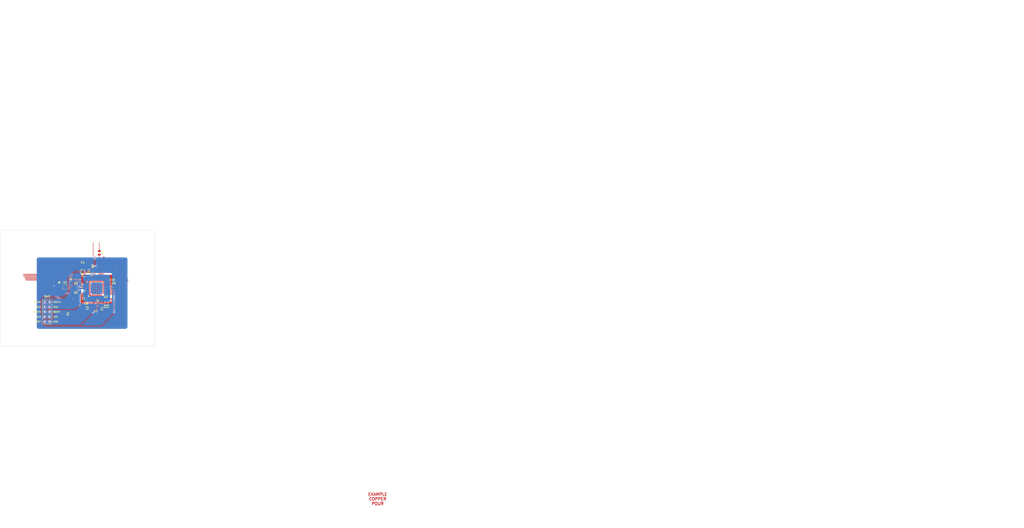
<source format=kicad_pcb>
(kicad_pcb (version 20210925) (generator pcbnew)
  (title_block (title "Joker template") (date "2021-09-11") (rev "V1.0.0") (company "Designed by Gondolindrim") (comment 1 "For the Acheron Project"))
  (layers (0 "F.Cu" signal) (31 "B.Cu" signal) (34 "B.Paste" user) (35 "F.Paste" user) (36 "B.SilkS" user "B.Silkscreen") (37 "F.SilkS" user "F.Silkscreen") (38 "B.Mask" user) (39 "F.Mask" user) (44 "Edge.Cuts" user))
  (net 0 "")
  (net 1 "Net-(C9-Pad2)")
  (net 2 "GND")
  (net 3 "3V3")
  (net 4 "5V")
  (net 5 "XTAL_OUT")
  (net 6 "XTAL_IN")
  (net 7 "SDA")
  (net 8 "SCL")
  (net 9 "D+")
  (net 10 "/PA9")
  (net 11 "unconnected-(U2-Pad2)")
  (net 12 "unconnected-(U2-Pad3)")
  (net 13 "unconnected-(U2-Pad4)")
  (net 14 "NRST")
  (net 15 "unconnected-(U2-Pad10)")
  (net 16 "unconnected-(U2-Pad11)")
  (net 17 "unconnected-(U2-Pad12)")
  (net 18 "unconnected-(U2-Pad13)")
  (net 19 "unconnected-(U2-Pad14)")
  (net 20 "unconnected-(U2-Pad15)")
  (net 21 "LED_PWM")
  (net 22 "unconnected-(U2-Pad17)")
  (net 23 "unconnected-(U2-Pad18)")
  (net 24 "CAPS_INDICATOR")
  (net 25 "PB2{slash}BOOT1")
  (net 26 "unconnected-(U2-Pad21)")
  (net 27 "unconnected-(U2-Pad25)")
  (net 28 "unconnected-(U2-Pad26)")
  (net 29 "unconnected-(U2-Pad27)")
  (net 30 "RGB_3V3")
  (net 31 "unconnected-(U2-Pad29)")
  (net 32 "unconnected-(U2-Pad31)")
  (net 33 "D-")
  (net 34 "SWDIO")
  (net 35 "SWCLK")
  (net 36 "unconnected-(U2-Pad38)")
  (net 37 "unconnected-(U2-Pad39)")
  (net 38 "unconnected-(U2-Pad40)")
  (net 39 "unconnected-(U2-Pad41)")
  (net 40 "BOOT0")
  (net 41 "unconnected-(U2-Pad45)")
  (net 42 "unconnected-(U2-Pad46)")
  (footprint "acheron_Components:TSSOP-8_4.4x3mm_P0.65mm" (layer "F.Cu") (at 224.4 124.499999)
    (fp_text reference "U1" (at 0 -2.45) (layer "F.SilkS") (effects (font (thickness 0.2))))
    (fp_text value "BL24C256A-SFRC")
    (pad "1" smd roundrect locked (at -2.8625 -0.975) (size 1.475 0.4) (layers "F.Cu" "F.Paste" "F.Mask") (roundrect_rratio 0.5) (net 2 "GND"))
    (pad "2" smd rect locked (at -2.8625 -0.325) (size 1.475 0.4) (layers "F.Cu" "F.Paste" "F.Mask") (net 2 "GND"))
    (pad "3" smd rect locked (at -2.8625 0.325) (size 1.475 0.4) (layers "F.Cu" "F.Paste" "F.Mask") (net 2 "GND"))
    (pad "4" smd rect locked (at -2.8625 0.975) (size 1.475 0.4) (layers "F.Cu" "F.Paste" "F.Mask") (net 2 "GND"))
    (pad "5" smd rect locked (at 2.8625 0.975) (size 1.475 0.4) (layers "F.Cu" "F.Paste" "F.Mask") (net 7 "SDA"))
    (pad "6" smd rect locked (at 2.8625 0.325) (size 1.475 0.4) (layers "F.Cu" "F.Paste" "F.Mask") (net 8 "SCL"))
    (pad "7" smd rect locked (at 2.8625 -0.325) (size 1.475 0.4) (layers "F.Cu" "F.Paste" "F.Mask") (net 2 "GND"))
    (pad "8" smd rect locked (at 2.8625 -0.975) (size 1.475 0.4) (layers "F.Cu" "F.Paste" "F.Mask") (net 3 "3V3"))
  )
  (footprint "Capacitor_SMD:C_0402_1005Metric" (layer "F.Cu") (at 237.349972 134.999999 -90)
    (fp_text reference "C3" (at 0.35 1.4 90) (layer "F.SilkS") (effects (font (thickness 0.2))))
    (fp_text value "16p")
    (pad "1" smd roundrect locked (at -0.48 0 270) (size 0.56 0.62) (layers "F.Cu" "F.Paste" "F.Mask") (net 6 "XTAL_IN"))
    (pad "2" smd roundrect locked (at 0.48 0 270) (size 0.56 0.62) (layers "F.Cu" "F.Paste" "F.Mask") (net 2 "GND"))
  )
  (footprint "Capacitor_SMD:C_0402_1005Metric" (layer "F.Cu") (at 247.4 122.6 180)
    (fp_text reference "C9" (at -1.2 0.05) (layer "F.SilkS") (effects (font (thickness 0.2)) (justify left)))
    (fp_text value "4.7u")
    (pad "1" smd roundrect locked (at -0.48 0 180) (size 0.56 0.62) (layers "F.Cu" "F.Paste" "F.Mask") (net 2 "GND"))
    (pad "2" smd roundrect locked (at 0.48 0 180) (size 0.56 0.62) (layers "F.Cu" "F.Paste" "F.Mask") (net 1 "Net-(C9-Pad2)"))
  )
  (footprint "Capacitor_SMD:C_0402_1005Metric" (layer "F.Cu") (at 227.4 121.8 180)
    (fp_text reference "C1" (at 0 1.4) (layer "F.SilkS") (effects (font (thickness 0.2))))
    (fp_text value "100n")
    (pad "1" smd roundrect locked (at -0.48 0 180) (size 0.56 0.62) (layers "F.Cu" "F.Paste" "F.Mask") (net 2 "GND"))
    (pad "2" smd roundrect locked (at 0.48 0 180) (size 0.56 0.62) (layers "F.Cu" "F.Paste" "F.Mask") (net 3 "3V3"))
  )
  (footprint "Resistor_SMD:R_0805_2012Metric" (layer "F.Cu") (at 242.149972 106.800001 -90)
    (fp_text reference "R4" (at 0 -1.8 90) (layer "F.SilkS") (effects (font (thickness 0.2))))
    (fp_text value "0R")
    (pad "1" smd roundrect locked (at -0.9125 0 270) (size 1.025 1.4) (layers "F.Cu" "F.Paste" "F.Mask") (roundrect_rratio 0.243902439) (net 4 "5V"))
    (pad "2" smd roundrect locked (at 0.9125 0 270) (size 1.025 1.4) (layers "F.Cu" "F.Paste" "F.Mask") (roundrect_rratio 0.243902439) (net 10 "/PA9"))
  )
  (footprint "acheron_Components:STM_UFQFPN-48_LQFP-48-1EP_7x7mm_P0.5mm_HandSoldering_ThermalReliefs" (layer "F.Cu") (at 240.749972 125.149999 90)
    (fp_text reference "U2" (at -4.4 4.8 180) (layer "F.SilkS") (effects (font (thickness 0.2))))
    (fp_text value "STM32F411CEU6")
    (pad "1" smd roundrect locked (at -4 -2.75 90) (size 1.8 0.3) (layers "F.Cu" "F.Paste" "F.Mask") (roundrect_rratio 0.5) (net 3 "3V3"))
    (pad "2" smd rect locked (at -4 -2.25 90) (size 1.8 0.3) (layers "F.Cu" "F.Paste" "F.Mask") (net 11 "unconnected-(U2-Pad2)"))
    (pad "3" smd rect locked (at -4 -1.75 90) (size 1.8 0.3) (layers "F.Cu" "F.Paste" "F.Mask") (net 12 "unconnected-(U2-Pad3)"))
    (pad "4" smd rect locked (at -4 -1.25 90) (size 1.8 0.3) (layers "F.Cu" "F.Paste" "F.Mask") (net 13 "unconnected-(U2-Pad4)"))
    (pad "5" smd rect locked (at -4 -0.75 90) (size 1.8 0.3) (layers "F.Cu" "F.Paste" "F.Mask") (net 6 "XTAL_IN"))
    (pad "6" smd rect locked (at -4 -0.25 90) (size 1.8 0.3) (layers "F.Cu" "F.Paste" "F.Mask") (net 5 "XTAL_OUT"))
    (pad "7" smd rect locked (at -4 0.25 90) (size 1.8 0.3) (layers "F.Cu" "F.Paste" "F.Mask") (net 14 "NRST"))
    (pad "8" smd rect locked (at -4 0.75 90) (size 1.8 0.3) (layers "F.Cu" "F.Paste" "F.Mask") (net 2 "GND"))
    (pad "9" smd rect locked (at -4 1.25 90) (size 1.8 0.3) (layers "F.Cu" "F.Paste" "F.Mask") (net 3 "3V3"))
    (pad "10" smd rect locked (at -4 1.75 90) (size 1.8 0.3) (layers "F.Cu" "F.Paste" "F.Mask") (net 15 "unconnected-(U2-Pad10)"))
    (pad "11" smd rect locked (at -4 2.25 90) (size 1.8 0.3) (layers "F.Cu" "F.Paste" "F.Mask") (net 16 "unconnected-(U2-Pad11)"))
    (pad "12" smd rect locked (at -4 2.75 90) (size 1.8 0.3) (layers "F.Cu" "F.Paste" "F.Mask") (net 17 "unconnected-(U2-Pad12)"))
    (pad "13" smd rect locked (at -2.75 4 180) (size 1.8 0.3) (layers "F.Cu" "F.Paste" "F.Mask") (net 18 "unconnected-(U2-Pad13)"))
    (pad "14" smd rect locked (at -2.25 4 180) (size 1.8 0.3) (layers "F.Cu" "F.Paste" "F.Mask") (net 19 "unconnected-(U2-Pad14)"))
    (pad "15" smd rect locked (at -1.75 4 180) (size 1.8 0.3) (layers "F.Cu" "F.Paste" "F.Mask") (net 20 "unconnected-(U2-Pad15)"))
    (pad "16" smd rect locked (at -1.25 4 180) (size 1.8 0.3) (layers "F.Cu" "F.Paste" "F.Mask") (net 21 "LED_PWM"))
    (pad "17" smd rect locked (at -0.75 4 180) (size 1.8 0.3) (layers "F.Cu" "F.Paste" "F.Mask") (net 22 "unconnected-(U2-Pad17)"))
    (pad "18" smd rect locked (at -0.25 4 180) (size 1.8 0.3) (layers "F.Cu" "F.Paste" "F.Mask") (net 23 "unconnected-(U2-Pad18)"))
    (pad "19" smd rect locked (at 0.25 4 180) (size 1.8 0.3) (layers "F.Cu" "F.Paste" "F.Mask") (net 24 "CAPS_INDICATOR"))
    (pad "20" smd rect locked (at 0.75 4 180) (size 1.8 0.3) (layers "F.Cu" "F.Paste" "F.Mask") (net 25 "PB2{slash}BOOT1"))
    (pad "21" smd rect locked (at 1.25 4 180) (size 1.8 0.3) (layers "F.Cu" "F.Paste" "F.Mask") (net 26 "unconnected-(U2-Pad21)"))
    (pad "22" smd rect locked (at 1.75 4 180) (size 1.8 0.3) (layers "F.Cu" "F.Paste" "F.Mask") (net 1 "Net-(C9-Pad2)"))
    (pad "23" smd rect locked (at 2.25 4 180) (size 1.8 0.3) (layers "F.Cu" "F.Paste" "F.Mask") (net 2 "GND"))
    (pad "24" smd rect locked (at 2.75 4 180) (size 1.8 0.3) (layers "F.Cu" "F.Paste" "F.Mask") (net 3 "3V3"))
    (pad "25" smd rect locked (at 4 2.75 90) (size 1.8 0.3) (layers "F.Cu" "F.Paste" "F.Mask") (net 27 "unconnected-(U2-Pad25)"))
    (pad "26" smd rect locked (at 4 2.25 90) (size 1.8 0.3) (layers "F.Cu" "F.Paste" "F.Mask") (net 28 "unconnected-(U2-Pad26)"))
    (pad "27" smd rect locked (at 4 1.75 90) (size 1.8 0.3) (layers "F.Cu" "F.Paste" "F.Mask") (net 29 "unconnected-(U2-Pad27)"))
    (pad "28" smd rect locked (at 4 1.25 90) (size 1.8 0.3) (layers "F.Cu" "F.Paste" "F.Mask") (net 30 "RGB_3V3"))
    (pad "29" smd rect locked (at 4 0.75 90) (size 1.8 0.3) (layers "F.Cu" "F.Paste" "F.Mask") (net 31 "unconnected-(U2-Pad29)"))
    (pad "30" smd rect locked (at 4 0.25 90) (size 1.8 0.3) (layers "F.Cu" "F.Paste" "F.Mask") (net 10 "/PA9"))
    (pad "31" smd rect locked (at 4 -0.25 90) (size 1.8 0.3) (layers "F.Cu" "F.Paste" "F.Mask") (net 32 "unconnected-(U2-Pad31)"))
    (pad "32" smd rect locked (at 4 -0.75 90) (size 1.8 0.3) (layers "F.Cu" "F.Paste" "F.Mask") (net 33 "D-"))
    (pad "33" smd rect locked (at 4 -1.25 90) (size 1.8 0.3) (layers "F.Cu" "F.Paste" "F.Mask") (net 9 "D+"))
    (pad "34" smd rect locked (at 4 -1.75 90) (size 1.8 0.3) (layers "F.Cu" "F.Paste" "F.Mask") (net 34 "SWDIO"))
    (pad "35" smd rect locked (at 4 -2.25 90) (size 1.8 0.3) (layers "F.Cu" "F.Paste" "F.Mask") (net 2 "GND"))
    (pad "36" smd rect locked (at 4 -2.75 90) (size 1.8 0.3) (layers "F.Cu" "F.Paste" "F.Mask") (net 3 "3V3"))
    (pad "37" smd rect locked (at 2.75 -4 180) (size 1.8 0.3) (layers "F.Cu" "F.Paste" "F.Mask") (net 35 "SWCLK"))
    (pad "38" smd rect locked (at 2.25 -4 180) (size 1.8 0.3) (layers "F.Cu" "F.Paste" "F.Mask") (net 36 "unconnected-(U2-Pad38)"))
    (pad "39" smd rect locked (at 1.75 -4 180) (size 1.8 0.3) (layers "F.Cu" "F.Paste" "F.Mask") (net 37 "unconnected-(U2-Pad39)"))
    (pad "40" smd rect locked (at 1.25 -4 180) (size 1.8 0.3) (layers "F.Cu" "F.Paste" "F.Mask") (net 38 "unconnected-(U2-Pad40)"))
    (pad "41" smd rect locked (at 0.75 -4 180) (size 1.8 0.3) (layers "F.Cu" "F.Paste" "F.Mask") (net 39 "unconnected-(U2-Pad41)"))
    (pad "42" smd rect locked (at 0.25 -4 180) (size 1.8 0.3) (layers "F.Cu" "F.Paste" "F.Mask") (net 8 "SCL"))
    (pad "43" smd rect locked (at -0.25 -4 180) (size 1.8 0.3) (layers "F.Cu" "F.Paste" "F.Mask") (net 7 "SDA"))
    (pad "44" smd rect locked (at -0.75 -4 180) (size 1.8 0.3) (layers "F.Cu" "F.Paste" "F.Mask") (net 40 "BOOT0"))
    (pad "45" smd rect locked (at -1.25 -4 180) (size 1.8 0.3) (layers "F.Cu" "F.Paste" "F.Mask") (net 41 "unconnected-(U2-Pad45)"))
    (pad "46" smd rect locked (at -1.75 -4 180) (size 1.8 0.3) (layers "F.Cu" "F.Paste" "F.Mask") (net 42 "unconnected-(U2-Pad46)"))
    (pad "47" smd rect locked (at -2.25 -4 180) (size 1.8 0.3) (layers "F.Cu" "F.Paste" "F.Mask") (net 2 "GND"))
    (pad "47" thru_hole circle (at 2 1 90) (size 0.6 0.6) (drill 0.3) (layers *.Cu "F.Mask") (net 2 "GND"))
    (pad "47" thru_hole circle (at -2 1 90) (size 0.6 0.6) (drill 0.3) (layers *.Cu "F.Mask") (net 2 "GND"))
    (pad "47" thru_hole circle (at -1 1 90) (size 0.6 0.6) (drill 0.3) (layers *.Cu "F.Mask") (net 2 "GND"))
    (pad "47" thru_hole circle (at 0 2 90) (size 0.6 0.6) (drill 0.3) (layers *.Cu "F.Mask") (net 2 "GND"))
    (pad "47" thru_hole circle (at 0 -2 90) (size 0.6 0.6) (drill 0.3) (layers *.Cu "F.Mask") (net 2 "GND"))
    (pad "47" thru_hole circle (at -2 -2 90) (size 0.6 0.6) (drill 0.3) (layers *.Cu "F.Mask") (net 2 "GND"))
    (pad "47" thru_hole circle (at 0 -1 90) (size 0.6 0.6) (drill 0.3) (layers *.Cu "F.Mask") (net 2 "GND"))
    (pad "47" thru_hole circle (at 2 -2 90) (size 0.6 0.6) (drill 0.3) (layers *.Cu "F.Mask") (net 2 "GND"))
    (pad "47" thru_hole circle (at -1 2 90) (size 0.6 0.6) (drill 0.3) (layers *.Cu "F.Mask") (net 2 "GND"))
    (pad "47" smd rect locked (at 0 0 90) (size 5.2 5.2) (layers "F.Cu" "F.Mask") (net 2 "GND"))
    (pad "47" thru_hole circle (at -2 -1 90) (size 0.6 0.6) (drill 0.3) (layers *.Cu "F.Mask") (net 2 "GND"))
    (pad "47" thru_hole circle (at 2 -1 90) (size 0.6 0.6) (drill 0.3) (layers *.Cu "F.Mask") (net 2 "GND"))
    (pad "47" thru_hole circle (at -1 -1 90) (size 0.6 0.6) (drill 0.3) (layers *.Cu "F.Mask") (net 2 "GND"))
    (pad "47" thru_hole circle (at 1 -2 90) (size 0.6 0.6) (drill 0.3) (layers *.Cu "F.Mask") (net 2 "GND"))
    (pad "47" thru_hole circle (at 1 -1 90) (size 0.6 0.6) (drill 0.3) (layers *.Cu "F.Mask") (net 2 "GND"))
    (pad "47" thru_hole circle (at 1 0 90) (size 0.6 0.6) (drill 0.3) (layers *.Cu "F.Mask") (net 2 "GND"))
    (pad "47" thru_hole circle (at 2 0 90) (size 0.6 0.6) (drill 0.3) (layers *.Cu "F.Mask") (net 2 "GND"))
    (pad "47" thru_hole circle (at 1 1 90) (size 0.6 0.6) (drill 0.3) (layers *.Cu "F.Mask") (net 2 "GND"))
    (pad "47" thru_hole circle (at -2 2 90) (size 0.6 0.6) (drill 0.3) (layers *.Cu "F.Mask") (net 2 "GND"))
    (pad "47" thru_hole circle (at 2 2 90) (size 0.6 0.6) (drill 0.3) (layers *.Cu "F.Mask") (net 2 "GND"))
    (pad "47" thru_hole circle (at 0 1 90) (size 0.6 0.6) (drill 0.3) (layers *.Cu "F.Mask") (net 2 "GND"))
    (pad "47" thru_hole circle (at 0 0 90) (size 0.6 0.6) (drill 0.3) (layers *.Cu "F.Mask") (net 2 "GND"))
    (pad "47" thru_hole circle (at -2 0 90) (size 0.6 0.6) (drill 0.3) (layers *.Cu "F.Mask") (net 2 "GND"))
    (pad "47" thru_hole circle (at -1 -2 90) (size 0.6 0.6) (drill 0.3) (layers *.Cu "F.Mask") (net 2 "GND"))
    (pad "47" thru_hole circle (at -1 0 90) (size 0.6 0.6) (drill 0.3) (layers *.Cu "F.Mask") (net 2 "GND"))
    (pad "47" thru_hole circle (at 1 2 90) (size 0.6 0.6) (drill 0.3) (layers *.Cu "F.Mask") (net 2 "GND"))
    (pad "48" smd rect locked (at -2.75 -4 180) (size 1.8 0.3) (layers "F.Cu" "F.Paste" "F.Mask") (net 3 "3V3"))
  )
  (footprint "acheron_Connectors:PinHeader_2x5_P2.54mm_Vertical_Staggered" (layer "F.Cu") (at 215.112972 137.382999)
    (fp_text reference "X1" hide)
    (fp_text value "ARM JTAG" hide)
    (pad "1" thru_hole rect (at -1.2065 -5.08) (size 1.524 1.524) (drill 0.762) (layers *.Cu *.Mask) (net 34 "SWDIO"))
    (pad "2" thru_hole oval (at 1.3335 -5.08) (size 1.524 1.524) (drill 0.762) (layers *.Cu *.Mask) (net 35 "SWCLK"))
    (pad "3" thru_hole oval (at -1.3335 -2.54) (size 1.524 1.524) (drill 0.762) (layers *.Cu *.Mask) (net 2 "GND"))
    (pad "4" thru_hole oval (at 1.2065 -2.54) (size 1.524 1.524) (drill 0.762) (layers *.Cu *.Mask) (net 2 "GND"))
    (pad "5" thru_hole oval (at -1.2065 0) (size 1.524 1.524) (drill 0.762) (layers *.Cu *.Mask) (net 40 "BOOT0"))
    (pad "6" thru_hole oval (at 1.3335 0) (size 1.524 1.524) (drill 0.762) (layers *.Cu *.Mask) (net 25 "PB2{slash}BOOT1"))
    (pad "7" thru_hole oval (at -1.3335 2.54) (size 1.524 1.524) (drill 0.762) (layers *.Cu *.Mask) (net 3 "3V3"))
    (pad "8" thru_hole oval (at 1.2065 2.54) (size 1.524 1.524) (drill 0.762) (layers *.Cu *.Mask) (net 3 "3V3"))
    (pad "9" thru_hole oval (at -1.2065 5.08) (size 1.524 1.524) (drill 0.762) (layers *.Cu *.Mask) (net 14 "NRST"))
    (pad "10" thru_hole oval (at 1.3335 5.08) (size 1.524 1.524) (drill 0.762) (layers *.Cu *.Mask) (net 2 "GND"))
  )
  (footprint "Capacitor_SMD:C_0402_1005Metric" (layer "F.Cu") (at 245.979971 120.8 180)
    (fp_text reference "C10" (at -1.2 0) (layer "F.SilkS") (effects (font (thickness 0.2)) (justify left)))
    (fp_text value "100n")
    (pad "1" smd roundrect locked (at -0.48 0 180) (size 0.56 0.62) (layers "F.Cu" "F.Paste" "F.Mask") (net 2 "GND"))
    (pad "2" smd roundrect locked (at 0.48 0 180) (size 0.56 0.62) (layers "F.Cu" "F.Paste" "F.Mask") (net 3 "3V3"))
  )
  (footprint "Capacitor_SMD:C_0402_1005Metric" (layer "F.Cu") (at 235.249972 131.749999 180)
    (fp_text reference "C8" (at 0 -1.3 180) (layer "F.SilkS") (effects (font (thickness 0.2))))
    (fp_text value "100n")
    (pad "1" smd roundrect locked (at -0.48 0 180) (size 0.56 0.62) (layers "F.Cu" "F.Paste" "F.Mask") (net 3 "3V3"))
    (pad "2" smd roundrect locked (at 0.48 0 180) (size 0.56 0.62) (layers "F.Cu" "F.Paste" "F.Mask") (net 2 "GND"))
  )
  (footprint "acheron_Components:CP_EIA-3216-10_Kemet-I_Pad1.58x1.35mm_HandSolder" (layer "F.Cu") (at 233.549972 115.149999 90)
    (fp_text reference "C4" (at 3.4 0 180) (layer "F.SilkS") (effects (font (thickness 0.2))))
    (fp_text value "10u")
    (pad "1" smd roundrect (at -1.4375 0 90) (size 1.575 1.35) (layers "F.Cu" "F.Paste" "F.Mask") (roundrect_rratio 0.185185) (net 3 "3V3"))
    (pad "2" smd roundrect (at 1.4375 0 90) (size 1.575 1.35) (layers "F.Cu" "F.Paste" "F.Mask") (roundrect_rratio 0.185185) (net 2 "GND"))
  )
  (footprint "Capacitor_SMD:C_0402_1005Metric" (layer "F.Cu") (at 246.649972 132.229999 -90)
    (fp_text reference "C5" (at 1.15 0 90) (layer "F.SilkS") (effects (font (thickness 0.2)) (justify right)))
    (fp_text value "1u")
    (pad "1" smd roundrect locked (at -0.48 0 270) (size 0.56 0.62) (layers "F.Cu" "F.Paste" "F.Mask") (net 3 "3V3"))
    (pad "2" smd roundrect locked (at 0.48 0 270) (size 0.56 0.62) (layers "F.Cu" "F.Paste" "F.Mask") (net 2 "GND"))
  )
  (footprint "acheron_Components:Crystal_SMD_3225-4Pin_3.2x2.5mm" (layer "F.Cu") (at 240.437472 134.399999 180)
    (fp_text reference "Y1" (at 0 -2.6) (layer "F.SilkS") (effects (font (thickness 0.2))))
    (fp_text value "7325-0800A2010-00")
    (pad "1" smd rect locked (at -1.1 0.85 180) (size 1.4 1.2) (layers "F.Cu" "F.Paste" "F.Mask") (net 5 "XTAL_OUT"))
    (pad "2" smd rect locked (at 1.1 0.85 180) (size 1.4 1.2) (layers "F.Cu" "F.Paste" "F.Mask") (net 2 "GND"))
    (pad "3" smd rect locked (at 1.1 -0.85 180) (size 1.4 1.2) (layers "F.Cu" "F.Paste" "F.Mask") (net 6 "XTAL_IN"))
    (pad "4" smd rect locked (at -1.1 -0.85 180) (size 1.4 1.2) (layers "F.Cu" "F.Paste" "F.Mask") (net 2 "GND"))
  )
  (footprint "Capacitor_SMD:C_0402_1005Metric" (layer "F.Cu") (at 233.949972 129.149999 180)
    (fp_text reference "C7" (at 0 -1.4) (layer "F.SilkS") (effects (font (thickness 0.2))))
    (fp_text value "100n")
    (pad "1" smd roundrect locked (at -0.48 0 180) (size 0.56 0.62) (layers "F.Cu" "F.Paste" "F.Mask") (net 3 "3V3"))
    (pad "2" smd roundrect locked (at 0.48 0 180) (size 0.56 0.62) (layers "F.Cu" "F.Paste" "F.Mask") (net 2 "GND"))
  )
  (footprint "Capacitor_SMD:C_0402_1005Metric" (layer "F.Cu") (at 243.549972 133.479999 -90)
    (fp_text reference "C2" (at 1.12 0 90) (layer "F.SilkS") (effects (font (thickness 0.2)) (justify right)))
    (fp_text value "16p")
    (pad "1" smd roundrect locked (at -0.48 0 270) (size 0.56 0.62) (layers "F.Cu" "F.Paste" "F.Mask") (net 5 "XTAL_OUT"))
    (pad "2" smd roundrect locked (at 0.48 0 270) (size 0.56 0.62) (layers "F.Cu" "F.Paste" "F.Mask") (net 2 "GND"))
  )
  (footprint "Resistor_SMD:R_0402_1005Metric" (layer "F.Cu") (at 230 126.149999 180)
    (fp_text reference "R2" (at 0 -1.35) (layer "F.SilkS") (effects (font (thickness 0.2))))
    (fp_text value "1.5k")
    (pad "1" smd roundrect locked (at -0.51 0 180) (size 0.54 0.64) (layers "F.Cu" "F.Paste" "F.Mask") (net 3 "3V3"))
    (pad "2" smd roundrect locked (at 0.51 0 180) (size 0.54 0.64) (layers "F.Cu" "F.Paste" "F.Mask") (net 7 "SDA"))
  )
  (footprint "Resistor_SMD:R_0402_1005Metric" (layer "F.Cu") (at 238.749973 116.000001 90)
    (fp_text reference "R5" (at 2.2 0 90) (layer "F.SilkS") (effects (font (thickness 0.2))))
    (fp_text value "1.5k")
    (pad "1" smd roundrect locked (at -0.51 0 90) (size 0.54 0.64) (layers "F.Cu" "F.Paste" "F.Mask") (net 3 "3V3"))
    (pad "2" smd roundrect locked (at 0.51 0 90) (size 0.54 0.64) (layers "F.Cu" "F.Paste" "F.Mask") (net 9 "D+"))
  )
  (footprint "Resistor_SMD:R_0402_1005Metric" (layer "F.Cu") (at 230 124.149999 180)
    (fp_text reference "R3" (at 0 1.4) (layer "F.SilkS") (effects (font (thickness 0.2))))
    (fp_text value "1.5k")
    (pad "1" smd roundrect locked (at -0.51 0 180) (size 0.54 0.64) (layers "F.Cu" "F.Paste" "F.Mask") (net 3 "3V3"))
    (pad "2" smd roundrect locked (at 0.51 0 180) (size 0.54 0.64) (layers "F.Cu" "F.Paste" "F.Mask") (net 8 "SCL"))
  )
  (footprint "Resistor_SMD:R_0805_2012Metric" (layer "F.Cu") (at 223.949972 138.349999 -90)
    (fp_text reference "R1" (at 0 -2 90) (layer "F.SilkS") (effects (font (thickness 0.2))))
    (fp_text value "10k")
    (pad "1" smd roundrect locked (at -0.9125 0 270) (size 1.025 1.4) (layers "F.Cu" "F.Paste" "F.Mask") (roundrect_rratio 0.243902) (net 25 "PB2{slash}BOOT1"))
    (pad "2" smd roundrect locked (at 0.9125 0 270) (size 1.025 1.4) (layers "F.Cu" "F.Paste" "F.Mask") (roundrect_rratio 0.243902) (net 2 "GND"))
  )
  (footprint "Capacitor_SMD:C_0402_1005Metric" (layer "F.Cu") (at 236.749972 119.149999 -90)
    (fp_text reference "C11" (at -1.2 0 90) (layer "F.SilkS") (effects (font (thickness 0.2)) (justify left)))
    (fp_text value "100n")
    (pad "1" smd roundrect locked (at -0.48 0 270) (size 0.56 0.62) (layers "F.Cu" "F.Paste" "F.Mask") (net 2 "GND"))
    (pad "2" smd roundrect locked (at 0.48 0 270) (size 0.56 0.62) (layers "F.Cu" "F.Paste" "F.Mask") (net 3 "3V3"))
  )
  (footprint "Capacitor_SMD:C_0402_1005Metric" (layer "F.Cu") (at 245.149972 132.229999 -90)
    (fp_text reference "C6" (at 1.15 0 90) (layer "F.SilkS") (effects (font (thickness 0.2)) (justify right)))
    (fp_text value "10n")
    (pad "1" smd roundrect locked (at -0.48 0 270) (size 0.56 0.62) (layers "F.Cu" "F.Paste" "F.Mask") (net 3 "3V3"))
    (pad "2" smd roundrect locked (at 0.48 0 270) (size 0.56 0.62) (layers "F.Cu" "F.Paste" "F.Mask") (net 2 "GND"))
  )
  (gr_line (start 270.749972 95.149999) (end 270.749972 155.149999) (layer "Edge.Cuts") (width 0.1))
  (gr_line (start 270.749972 155.149999) (end 190.749972 155.149999) (layer "Edge.Cuts") (width 0.1))
  (gr_line (start 190.749972 95.149999) (end 270.749972 95.149999) (layer "Edge.Cuts") (width 0.1))
  (gr_line (start 190.749972 155.149999) (end 190.749972 95.149999) (layer "Edge.Cuts") (width 0.1))
  (gr_text "EXAMPLE\nCOPPER\nPOUR" (at 386.349973 234.300001) (layer "F.Cu") (effects (font (size 1.5 1.5) (thickness 0.3))))
  (gr_text "nRST" (at 211.937972 142.462998) (layer "F.SilkS") (effects (font (size 0.8 0.8) (thickness 0.16)) (justify right)))
  (gr_text "3V3" (at 218.287972 139.922999) (layer "F.SilkS") (effects (font (size 0.8 0.8) (thickness 0.16)) (justify left)))
  (gr_text "SWD" (at 215.112972 129.382999) (layer "F.SilkS") (effects (font (size 1 1) (thickness 0.2))))
  (gr_text "GND" (at 218.287972 134.842999) (layer "F.SilkS") (effects (font (size 0.8 0.8) (thickness 0.16)) (justify left)))
  (gr_text "GND" (at 211.937972 134.842999) (layer "F.SilkS") (effects (font (size 0.8 0.8) (thickness 0.16)) (justify right)))
  (gr_text "SWDIO" (at 211.937972 132.303) (layer "F.SilkS") (effects (font (size 0.8 0.8) (thickness 0.16)) (justify right)))
  (gr_text "GND" (at 218.287972 142.462998) (layer "F.SilkS") (effects (font (size 0.8 0.8) (thickness 0.16)) (justify left)))
  (gr_text "BOOT0" (at 211.937972 137.382999) (layer "F.SilkS") (effects (font (size 0.8 0.8) (thickness 0.16)) (justify right)))
  (gr_text "3V3" (at 211.937972 139.922999) (layer "F.SilkS") (effects (font (size 0.8 0.8) (thickness 0.16)) (justify right)))
  (gr_text "BOOT1" (at 218.287972 137.382999) (layer "F.SilkS") (effects (font (size 0.8 0.8) (thickness 0.16)) (justify left)))
  (gr_text "SWCLK" (at 218.287972 132.303) (layer "F.SilkS") (effects (font (size 0.8 0.8) (thickness 0.16)) (justify left)))
  (segment (start 246.120001 123.399999) (end 246.92 122.6) (width 0.2) (layer "F.Cu") (net 1))
  (segment (start 244.749972 123.399999) (end 246.120001 123.399999) (width 0.2) (layer "F.Cu") (net 1))
  (segment (start 241.499972 129.149999) (end 241.499972 127.099999) (width 0.2) (layer "F.Cu") (net 2))
  (segment (start 244.749972 122.899999) (end 242.699972 122.899999) (width 0.2) (layer "F.Cu") (net 2))
  (segment (start 238.499972 121.149999) (end 238.499972 123.199999) (width 0.2) (layer "F.Cu") (net 2))
  (segment (start 236.749972 127.399999) (end 238.799972 127.399999) (width 0.2) (layer "F.Cu") (net 2))
  (segment (start 239.567472 133.119999) (end 239.587472 133.099999) (width 0.2) (layer "F.Cu") (net 2))
  (via (at 249.27497 124.599999) (size 0.6) (drill 0.3) (layers "F.Cu" "B.Cu") (net 2))
  (via (at 228.349972 130.749999) (size 0.6) (drill 0.3) (layers "F.Cu" "B.Cu") (net 2))
  (via (at 230.6 118.6) (size 0.6) (drill 0.3) (layers "F.Cu" "B.Cu") (net 2))
  (via (at 227.949972 126.299999) (size 0.6) (drill 0.3) (layers "F.Cu" "B.Cu") (net 2))
  (via (at 250.749972 114.149999) (size 0.6) (drill 0.3) (layers "F.Cu" "B.Cu") (net 2))
  (via (at 218.8 123.800001) (size 1) (drill 0.5) (layers "F.Cu" "B.Cu") (net 2))
  (via (at 238.349972 114.399999) (size 0.6) (drill 0.3) (layers "F.Cu" "B.Cu") (net 2))
  (via (at 240.949972 112.799999) (size 0.6) (drill 0.3) (layers "F.Cu" "B.Cu") (net 2))
  (via (at 238.349972 112.799999) (size 0.6) (drill 0.3) (layers "F.Cu" "B.Cu") (net 2))
  (via (at 237.4 136.6) (size 0.6) (drill 0.3) (layers "F.Cu" "B.Cu") (net 2))
  (via (at 242 136.8) (size 0.6) (drill 0.3) (layers "F.Cu" "B.Cu") (net 2))
  (via (at 225.749972 135.149999) (size 0.6) (drill 0.3) (layers "F.Cu" "B.Cu") (net 2))
  (via (at 240.949972 114.399999) (size 0.6) (drill 0.3) (layers "F.Cu" "B.Cu") (net 2))
  (segment (start 236.149972 129.149999) (end 234.429972 129.149999) (width 0.2) (layer "F.Cu") (net 3))
  (segment (start 234.429972 129.149999) (end 234.429972 130.149999) (width 0.2) (layer "F.Cu") (net 3))
  (segment (start 236.749972 119.629999) (end 237.529972 119.629999) (width 0.2) (layer "F.Cu") (net 3))
  (segment (start 236.539948 131.749999) (end 237.999972 130.289975) (width 0.2) (layer "F.Cu") (net 3))
  (segment (start 245.499971 120.8) (end 245.499971 119.949999) (width 0.2) (layer "F.Cu") (net 3))
  (segment (start 241.999972 129.149999) (end 241.999972 130.495017) (width 0.2) (layer "F.Cu") (net 3))
  (segment (start 234.749972 119.149999) (end 234.749972 117.787499) (width 0.5) (layer "F.Cu") (net 3))
  (segment (start 236.749972 128.549999) (end 236.149972 129.149999) (width 0.2) (layer "F.Cu") (net 3))
  (segment (start 235.729972 130.749999) (end 235.729972 131.749999) (width 0.2) (layer "F.Cu") (net 3))
  (segment (start 235.729972 131.749999) (end 236.539948 131.749999) (width 0.2) (layer "F.Cu") (net 3))
  (segment (start 226.92 121.8) (end 226.92 121.28) (width 0.2) (layer "F.Cu") (net 3))
  (segment (start 237.529972 119.629999) (end 237.999972 120.099999) (width 0.2) (layer "F.Cu") (net 3))
  (segment (start 226.92 121.8) (end 226.92 123.4) (width 0.2) (layer "F.Cu") (net 3))
  (segment (start 246.649972 131.749999) (end 247.649972 131.749999) (width 0.2) (layer "F.Cu") (net 3))
  (segment (start 237.999972 130.289975) (end 237.999972 129.149999) (width 0.2) (layer "F.Cu") (net 3))
  (segment (start 233.549972 116.587499) (end 232.187472 116.587499) (width 0.5) (layer "F.Cu") (net 3))
  (segment (start 236.779972 119.629999) (end 236.779972 120.549999) (width 0.2) (layer "F.Cu") (net 3))
  (segment (start 234.749972 117.787499) (end 233.549972 116.587499) (width 0.5) (layer "F.Cu") (net 3))
  (segment (start 236.749972 127.899999) (end 236.749972 128.549999) (width 0.2) (layer "F.Cu") (net 3))
  (segment (start 244.749972 122.399999) (end 244.749972 121.549999) (width 0.2) (layer "F.Cu") (net 3))
  (segment (start 238.900472 116.6605) (end 238.749973 116.510001) (width 0.2) (layer "F.Cu") (net 3))
  (segment (start 244.89853 131.498557) (end 246.39853 131.498557) (width 0.2) (layer "F.Cu") (net 3))
  (segment (start 244.89853 131.498557) (end 245.149972 131.749999) (width 0.2) (layer "F.Cu") (net 3))
  (segment (start 238.900472 117.400001) (end 238.900472 116.6605) (width 0.2) (layer "F.Cu") (net 3))
  (segment (start 245.499971 120.8) (end 244.749972 121.549999) (width 0.2) (layer "F.Cu") (net 3))
  (segment (start 243.003512 131.498557) (end 244.89853 131.498557) (width 0.2) (layer "F.Cu") (net 3))
  (segment (start 232.187472 116.587499) (end 230.149972 114.549999) (width 0.5) (layer "F.Cu") (net 3))
  (segment (start 246.39853 131.498557) (end 246.649972 131.749999) (width 0.2) (layer "F.Cu") (net 3))
  (segment (start 237.999972 121.149999) (end 237.999972 120.099999) (width 0.2) (layer "F.Cu") (net 3))
  (segment (start 241.999972 130.495017) (end 243.003512 131.498557) (width 0.2) (layer "F.Cu") (net 3))
  (segment (start 230.149972 114.549999) (end 230.149972 111.549999) (width 0.5) (layer "F.Cu") (net 3))
  (segment (start 226.92 121.28) (end 227.6 120.6) (width 0.2) (layer "F.Cu") (net 3))
  (segment (start 230.51 124.149999) (end 231.349972 124.149999) (width 0.2) (layer "F.Cu") (net 3))
  (segment (start 236.199972 127.899999) (end 236.749972 127.899999) (width 0.2) (layer "F.Cu") (net 3))
  (segment (start 230.51 126.099999) (end 231.4 126.099999) (width 0.2) (layer "F.Cu") (net 3))
  (via (at 234.429972 130.149999) (size 0.6) (drill 0.3) (layers "F.Cu" "B.Cu") (net 3))
  (via (at 247.649972 131.749999) (size 0.6) (drill 0.3) (layers "F.Cu" "B.Cu") (net 3))
  (via (at 236.779972 120.549999) (size 0.6) (drill 0.3) (layers "F.Cu" "B.Cu") (net 3))
  (via (at 235.729972 130.749999) (size 0.6) (drill 0.3) (layers "F.Cu" "B.Cu") (net 3))
  (via (at 231.349972 124.149999) (size 0.6) (drill 0.3) (layers "F.Cu" "B.Cu") (net 3))
  (via (at 245.499971 119.949999) (size 0.6) (drill 0.3) (layers "F.Cu" "B.Cu") (net 3))
  (via (at 234.749972 119.149999) (size 1) (drill 0.5) (layers "F.Cu" "B.Cu") (net 3))
  (via (at 227.6 120.6) (size 0.6) (drill 0.3) (layers "F.Cu" "B.Cu") (net 3))
  (via (at 231.4 126.099999) (size 0.6) (drill 0.3) (layers "F.Cu" "B.Cu") (net 3))
  (via (at 238.900472 117.400001) (size 0.6) (drill 0.3) (layers "F.Cu" "B.Cu") (net 3))
  (segment (start 211.957972 131.157999) (end 211.957972 138.101499) (width 0.2) (layer "B.Cu") (net 3))
  (segment (start 237.000453 116.40048) (end 229.384486 116.400479) (width 0.2) (layer "B.Cu") (net 3))
  (segment (start 238.900472 117.400001) (end 238.900472 118.300499) (width 0.2) (layer "B.Cu") (net 3))
  (segment (start 216.319472 139.922999) (end 213.779472 139.922999) (width 0.2) (layer "B.Cu") (net 3))
  (segment (start 211.957972 138.101499) (end 213.779472 139.922999) (width 0.2) (layer "B.Cu") (net 3))
  (segment (start 232.35 125.149999) (end 234.149972 125.149999) (width 0.5) (layer "B.Cu") (net 3))
  (segment (start 225.950453 119.834512) (end 225.950453 126.965518) (width 0.2) (layer "B.Cu") (net 3))
  (segment (start 229.384486 116.400479) (end 225.950453 119.834512) (width 0.2) (layer "B.Cu") (net 3))
  (segment (start 225.950453 126.965518) (end 223.357972 129.557999) (width 0.2) (layer "B.Cu") (net 3))
  (segment (start 238.900472 118.300499) (end 237.000453 116.40048) (width 0.2) (layer "B.Cu") (net 3))
  (segment (start 247.649972 131.749999) (end 247.249972 131.349999) (width 0.5) (layer "B.Cu") (net 3))
  (segment (start 231.4 126.099999) (end 232.35 125.149999) (width 0.5) (layer "B.Cu") (net 3))
  (segment (start 213.557972 129.557999) (end 211.957972 131.157999) (width 0.2) (layer "B.Cu") (net 3))
  (segment (start 231.349972 124.149999) (end 234.149972 124.149999) (width 0.5) (layer "B.Cu") (net 3))
  (segment (start 227.6 120.6) (end 234.349972 120.599999) (width 0.2) (layer "B.Cu") (net 3))
  (segment (start 223.357972 129.557999) (end 213.557972 129.557999) (width 0.2) (layer "B.Cu") (net 3))
  (segment (start 242.149972 105.874999) (end 242.149972 101.450028) (width 0.2) (layer "F.Cu") (net 4))
  (segment (start 240.499972 129.149999) (end 240.499972 132.512499) (width 0.2) (layer "F.Cu") (net 5))
  (segment (start 242.087472 132.999999) (end 241.537472 133.549999) (width 0.2) (layer "F.Cu") (net 5))
  (segment (start 243.549972 132.999999) (end 242.087472 132.999999) (width 0.2) (layer "F.Cu") (net 5))
  (segment (start 240.499972 132.512499) (end 241.537472 133.549999) (width 0.2) (layer "F.Cu") (net 5))
  (segment (start 238.079972 135.249999) (end 237.349972 134.519999) (width 0.2) (layer "F.Cu") (net 6))
  (segment (start 237.349972 134.519999) (end 237.349972 133.199999) (width 0.2) (layer "F.Cu") (net 6))
  (segment (start 239.107472 135.479999) (end 239.337472 135.249999) (width 0.2) (layer "F.Cu") (net 6))
  (segment (start 239.337472 135.249999) (end 238.079972 135.249999) (width 0.2) (layer "F.Cu") (net 6))
  (segment (start 237.349972 133.199999) (end 239.999972 130.549999) (width 0.2) (layer "F.Cu") (net 6))
  (segment (start 239.999972 130.549999) (end 239.999972 129.149999) (width 0.2) (layer "F.Cu") (net 6))
  (segment (start 230.24 125.399999) (end 229.49 126.149999) (width 0.2) (layer "F.Cu") (net 7))
  (segment (start 236.730452 125.380479) (end 236.749972 125.399999) (width 0.2) (layer "F.Cu") (net 7))
  (segment (start 227.2625 125.474999) (end 228.815 125.474999) (width 0.2) (layer "F.Cu") (net 7))
  (segment (start 228.815 125.474999) (end 229.49 126.149999) (width 0.2) (layer "F.Cu") (net 7))
  (segment (start 236.749972 125.399999) (end 230.24 125.399999) (width 0.2) (layer "F.Cu") (net 7))
  (segment (start 228.815 124.824999) (end 229.49 124.149999) (width 0.2) (layer "F.Cu") (net 8))
  (segment (start 227.2625 124.824999) (end 228.815 124.824999) (width 0.2) (layer "F.Cu") (net 8))
  (segment (start 236.749972 124.899999) (end 230.24 124.899999) (width 0.2) (layer "F.Cu") (net 8))
  (segment (start 230.24 124.899999) (end 229.49 124.149999) (width 0.2) (layer "F.Cu") (net 8))
  (segment (start 239.499972 114.740002) (end 239.499972 113.749999) (width 0.2) (layer "F.Cu") (net 9))
  (segment (start 239.499972 121.149999) (end 239.499972 114.740002) (width 0.2) (layer "F.Cu") (net 9))
  (segment (start 238.749973 115.490001) (end 239.499972 114.740002) (width 0.2) (layer "F.Cu") (net 9))
  (segment (start 239.499972 113.749999) (end 239.349972 113.599999) (width 0.2) (layer "F.Cu") (net 9))
  (via (at 239.349972 113.599999) (size 0.6) (drill 0.3) (layers "F.Cu" "B.Cu") (net 9))
  (via (at 239.349972 113.599999) (size 0.6) (drill 0.3) (layers "F.Cu" "B.Cu") (net 9))
  (segment (start 239.549972 109.117155) (end 239.549972 113.399999) (width 0.2) (layer "B.Cu") (net 9))
  (segment (start 239.549972 113.399999) (end 239.349972 113.599999) (width 0.2) (layer "B.Cu") (net 9))
  (segment (start 240.999972 119.315005) (end 242.149972 118.165005) (width 0.2) (layer "F.Cu") (net 10))
  (segment (start 242.149972 118.165005) (end 242.149972 107.324999) (width 0.2) (layer "F.Cu") (net 10))
  (segment (start 240.999972 121.149999) (end 240.999972 119.315005) (width 0.2) (layer "F.Cu") (net 10))
  (segment (start 235.927477 132.927477) (end 224.312442 132.927477) (width 0.2) (layer "F.Cu") (net 11))
  (segment (start 238.499972 130.354981) (end 235.927477 132.927477) (width 0.2) (layer "F.Cu") (net 11))
  (segment (start 224.312442 132.927477) (end 211.582085 120.197119) (width 0.2) (layer "F.Cu") (net 11))
  (segment (start 211.582085 120.197119) (end 203.749972 120.197119) (width 0.2) (layer "F.Cu") (net 11))
  (segment (start 238.499972 129.149999) (end 238.499972 130.354981) (width 0.2) (layer "F.Cu") (net 11))
  (segment (start 224.146957 133.326996) (end 236.092963 133.326996) (width 0.2) (layer "F.Cu") (net 12))
  (segment (start 211.416599 120.596639) (end 224.146957 133.326996) (width 0.2) (layer "F.Cu") (net 12))
  (segment (start 238.999972 130.419987) (end 238.999972 129.149999) (width 0.2) (layer "F.Cu") (net 12))
  (segment (start 236.092963 133.326996) (end 238.999972 130.419987) (width 0.2) (layer "F.Cu") (net 12))
  (segment (start 203.949972 120.596639) (end 211.416599 120.596639) (width 0.2) (layer "F.Cu") (net 12))
  (segment (start 204.149972 120.996159) (end 211.251113 120.996159) (width 0.2) (layer "F.Cu") (net 13))
  (segment (start 223.981471 133.726516) (end 236.258449 133.726516) (width 0.2) (layer "F.Cu") (net 13))
  (segment (start 236.258449 133.726516) (end 239.499972 130.484993) (width 0.2) (layer "F.Cu") (net 13))
  (segment (start 239.499972 130.484993) (end 239.499972 129.149999) (width 0.2) (layer "F.Cu") (net 13))
  (segment (start 211.251113 120.996159) (end 223.981471 133.726516) (width 0.2) (layer "F.Cu") (net 13))
  (segment (start 240.999972 131.049999) (end 241.149972 131.199999) (width 0.2) (layer "F.Cu") (net 14))
  (segment (start 240.999972 129.149999) (end 240.999972 131.049999) (width 0.2) (layer "F.Cu") (net 14))
  (via (at 241.149972 131.199999) (size 0.6) (drill 0.3) (layers "F.Cu" "B.Cu") (net 14))
  (segment (start 213.244481 143.479502) (end 214.115458 144.350479) (width 0.2) (layer "B.Cu") (net 14))
  (segment (start 214.115458 144.350479) (end 232.399492 144.350479) (width 0.2) (layer "B.Cu") (net 14))
  (segment (start 213.906472 142.462999) (end 213.244481 143.12499) (width 0.2) (layer "B.Cu") (net 14))
  (segment (start 213.244481 143.12499) (end 213.244481 143.479502) (width 0.2) (layer "B.Cu") (net 14))
  (segment (start 241.149972 135.599999) (end 241.149972 131.199999) (width 0.2) (layer "B.Cu") (net 14))
  (segment (start 232.399492 144.350479) (end 241.149972 135.599999) (width 0.2) (layer "B.Cu") (net 14))
  (segment (start 248.814391 134.430007) (end 251.282461 136.898077) (width 0.2) (layer "F.Cu") (net 15))
  (segment (start 242.499972 130.430011) (end 243.168999 131.099038) (width 0.2) (layer "F.Cu") (net 15))
  (segment (start 243.168999 131.099038) (end 248.211511 131.099039) (width 0.2) (layer "F.Cu") (net 15))
  (segment (start 248.211511 131.099039) (end 248.814391 131.701919) (width 0.2) (layer "F.Cu") (net 15))
  (segment (start 248.814391 131.701919) (end 248.814391 134.430007) (width 0.2) (layer "F.Cu") (net 15))
  (segment (start 242.499972 129.149999) (end 242.499972 130.430011) (width 0.2) (layer "F.Cu") (net 15))
  (segment (start 251.447946 136.498556) (end 249.213913 134.264523) (width 0.2) (layer "F.Cu") (net 16))
  (segment (start 249.213911 131.466445) (end 248.446985 130.699519) (width 0.2) (layer "F.Cu") (net 16))
  (segment (start 243.334486 130.699519) (end 242.999972 130.365005) (width 0.2) (layer "F.Cu") (net 16))
  (segment (start 242.999972 130.365005) (end 242.999972 129.149999) (width 0.2) (layer "F.Cu") (net 16))
  (segment (start 248.446985 130.699519) (end 243.334486 130.699519) (width 0.2) (layer "F.Cu") (net 16))
  (segment (start 249.213913 134.264523) (end 249.213911 131.466445) (width 0.2) (layer "F.Cu") (net 16))
  (segment (start 249.613433 134.099037) (end 251.613433 136.099037) (width 0.2) (layer "F.Cu") (net 17))
  (segment (start 249.613431 131.300959) (end 249.613433 134.099037) (width 0.2) (layer "F.Cu") (net 17))
  (segment (start 248.612471 130.299999) (end 249.613431 131.300959) (width 0.2) (layer "F.Cu") (net 17))
  (segment (start 243.499972 129.149999) (end 243.499972 129.949999) (width 0.2) (layer "F.Cu") (net 17))
  (segment (start 243.499972 129.949999) (end 243.849972 130.299999) (width 0.2) (layer "F.Cu") (net 17))
  (segment (start 243.849972 130.299999) (end 248.612471 130.299999) (width 0.2) (layer "F.Cu") (net 17))
  (segment (start 244.749972 127.899999) (end 246.022435 127.899999) (width 0.2) (layer "F.Cu") (net 18))
  (segment (start 246.022435 127.899999) (end 246.619551 128.497115) (width 0.2) (layer "F.Cu") (net 18))
  (segment (start 249.80539 128.497116) (end 257.205867 121.096639) (width 0.2) (layer "F.Cu") (net 18))
  (segment (start 246.619551 128.497115) (end 249.80539 128.497116) (width 0.2) (layer "F.Cu") (net 18))
  (segment (start 249.639903 128.097597) (end 257.040381 120.697119) (width 0.2) (layer "F.Cu") (net 19))
  (segment (start 246.785038 128.097596) (end 249.639903 128.097597) (width 0.2) (layer "F.Cu") (net 19))
  (segment (start 244.749972 127.399999) (end 246.087441 127.399999) (width 0.2) (layer "F.Cu") (net 19))
  (segment (start 246.087441 127.399999) (end 246.785038 128.097596) (width 0.2) (layer "F.Cu") (net 19))
  (segment (start 246.950525 127.698077) (end 249.474416 127.698078) (width 0.2) (layer "F.Cu") (net 20))
  (segment (start 249.474416 127.698078) (end 256.874895 120.297599) (width 0.2) (layer "F.Cu") (net 20))
  (segment (start 246.152447 126.899999) (end 246.950525 127.698077) (width 0.2) (layer "F.Cu") (net 20))
  (segment (start 244.749972 126.899999) (end 246.152447 126.899999) (width 0.2) (layer "F.Cu") (net 20))
  (segment (start 246.217453 126.399999) (end 244.749972 126.399999) (width 0.2) (layer "F.Cu") (net 21))
  (segment (start 256.709409 119.898079) (end 249.30893 127.298558) (width 0.2) (layer "F.Cu") (net 21))
  (segment (start 249.30893 127.298558) (end 247.116012 127.298558) (width 0.2) (layer "F.Cu") (net 21))
  (segment (start 247.116012 127.298558) (end 246.217453 126.399999) (width 0.2) (layer "F.Cu") (net 21))
  (segment (start 246.282459 125.899999) (end 244.749972 125.899999) (width 0.2) (layer "F.Cu") (net 22))
  (segment (start 256.543923 119.498559) (end 249.143443 126.899039) (width 0.2) (layer "F.Cu") (net 22))
  (segment (start 249.143443 126.899039) (end 247.281499 126.899039) (width 0.2) (layer "F.Cu") (net 22))
  (segment (start 247.281499 126.899039) (end 246.282459 125.899999) (width 0.2) (layer "F.Cu") (net 22))
  (segment (start 246.347465 125.399999) (end 244.749972 125.399999) (width 0.2) (layer "F.Cu") (net 23))
  (segment (start 248.977958 126.499518) (end 247.446985 126.499519) (width 0.2) (layer "F.Cu") (net 23))
  (segment (start 247.446985 126.499519) (end 246.347465 125.399999) (width 0.2) (layer "F.Cu") (net 23))
  (segment (start 256.378437 119.099039) (end 248.977958 126.499518) (width 0.2) (layer "F.Cu") (net 23))
  (segment (start 246.412471 124.899999) (end 244.749972 124.899999) (width 0.2) (layer "F.Cu") (net 24))
  (segment (start 248.812471 126.099999) (end 247.612471 126.099999) (width 0.2) (layer "F.Cu") (net 24))
  (segment (start 256.212951 118.699519) (end 248.812471 126.099999) (width 0.2) (layer "F.Cu") (net 24))
  (segment (start 247.612471 126.099999) (end 246.412471 124.899999) (width 0.2) (layer "F.Cu") (net 24))
  (segment (start 244.749972 124.399999) (end 247.402471 124.399999) (width 0.2) (layer "F.Cu") (net 25))
  (segment (start 223.895472 137.382999) (end 223.949972 137.437499) (width 0.2) (layer "F.Cu") (net 25))
  (segment (start 247.402471 124.399999) (end 248.012471 125.009999) (width 0.2) (layer "F.Cu") (net 25))
  (segment (start 216.446472 137.382999) (end 223.895472 137.382999) (width 0.2) (layer "F.Cu") (net 25))
  (via (at 248.012471 125.009999) (size 0.6) (drill 0.3) (layers "F.Cu" "B.Cu") (net 25))
  (segment (start 217.582972 137.382999) (end 218.557972 138.357999) (width 0.2) (layer "B.Cu") (net 25))
  (segment (start 217.714483 141.401488) (end 213.466779 141.401488) (width 0.2) (layer "B.Cu") (net 25))
  (segment (start 212.844961 142.023306) (end 212.844961 143.644988) (width 0.2) (layer "B.Cu") (net 25))
  (segment (start 249.749972 126.7475) (end 248.012471 125.009999) (width 0.2) (layer "B.Cu") (net 25))
  (segment (start 213.466779 141.401488) (end 212.844961 142.023306) (width 0.2) (layer "B.Cu") (net 25))
  (segment (start 213.949972 144.749999) (end 243.249972 144.749999) (width 0.2) (layer "B.Cu") (net 25))
  (segment (start 216.446472 137.382999) (end 217.582972 137.382999) (width 0.2) (layer "B.Cu") (net 25))
  (segment (start 249.749972 138.249999) (end 249.749972 126.7475) (width 0.2) (layer "B.Cu") (net 25))
  (segment (start 218.557972 140.557999) (end 217.714483 141.401488) (width 0.2) (layer "B.Cu") (net 25))
  (segment (start 243.249972 144.749999) (end 249.749972 138.249999) (width 0.2) (layer "B.Cu") (net 25))
  (segment (start 212.844961 143.644988) (end 213.949972 144.749999) (width 0.2) (layer "B.Cu") (net 25))
  (segment (start 218.557972 138.357999) (end 218.557972 140.557999) (width 0.2) (layer "B.Cu") (net 25))
  (segment (start 256.047465 118.299999) (end 250.447465 123.899999) (width 0.2) (layer "F.Cu") (net 26))
  (segment (start 250.447465 123.899999) (end 244.749972 123.899999) (width 0.2) (layer "F.Cu") (net 26))
  (segment (start 243.499972 119.640035) (end 244.147571 118.992436) (width 0.2) (layer "F.Cu") (net 27))
  (segment (start 243.499972 121.149999) (end 243.499972 119.640035) (width 0.2) (layer "F.Cu") (net 27))
  (segment (start 244.147571 118.992436) (end 244.147571 111.212424) (width 0.2) (layer "F.Cu") (net 27))
  (segment (start 244.147571 111.212424) (end 245.479984 109.880011) (width 0.2) (layer "F.Cu") (net 27))
  (segment (start 243.748051 118.82695) (end 242.999972 119.575029) (width 0.2) (layer "F.Cu") (net 28))
  (segment (start 242.999972 119.575029) (end 242.999972 121.149999) (width 0.2) (layer "F.Cu") (net 28))
  (segment (start 243.748051 111.046938) (end 245.297481 109.497508) (width 0.2) (layer "F.Cu") (net 28))
  (segment (start 243.748051 118.82695) (end 243.748051 111.046938) (width 0.2) (layer "F.Cu") (net 28))
  (segment (start 243.348532 110.881451) (end 245.114978 109.115005) (width 0.2) (layer "F.Cu") (net 29))
  (segment (start 242.499972 119.510023) (end 243.348532 118.661463) (width 0.2) (layer "F.Cu") (net 29))
  (segment (start 242.499972 121.149999) (end 242.499972 119.510023) (width 0.2) (layer "F.Cu") (net 29))
  (segment (start 243.348532 118.661463) (end 243.348532 110.881451) (width 0.2) (layer "F.Cu") (net 29))
  (segment (start 242.949012 118.495977) (end 241.999972 119.445017) (width 0.2) (layer "F.Cu") (net 30))
  (segment (start 242.949012 110.715965) (end 244.832475 108.832502) (width 0.2) (layer "F.Cu") (net 30))
  (segment (start 242.949012 118.495977) (end 242.949012 110.715965) (width 0.2) (layer "F.Cu") (net 30))
  (segment (start 241.999972 119.445017) (end 241.999972 121.149999) (width 0.2) (layer "F.Cu") (net 30))
  (segment (start 241.499972 119.380011) (end 242.549492 118.330491) (width 0.2) (layer "F.Cu") (net 31))
  (segment (start 241.499972 121.149999) (end 241.499972 119.380011) (width 0.2) (layer "F.Cu") (net 31))
  (segment (start 242.549492 110.550479) (end 244.549972 108.549999) (width 0.2) (layer "F.Cu") (net 31))
  (segment (start 242.549492 118.330491) (end 242.549492 110.550479) (width 0.2) (layer "F.Cu") (net 31))
  (segment (start 241.749972 117.999999) (end 240.499972 119.249999) (width 0.2) (layer "F.Cu") (net 32))
  (segment (start 241.749972 110.8) (end 241.749972 117.999999) (width 0.2) (layer "F.Cu") (net 32))
  (segment (start 240.499972 119.249999) (end 240.499972 121.149999) (width 0.2) (layer "F.Cu") (net 32))
  (segment (start 238.949973 101.600001) (end 238.949973 108.000001) (width 0.2) (layer "F.Cu") (net 32))
  (segment (start 238.949973 108.000001) (end 241.749972 110.8) (width 0.2) (layer "F.Cu") (net 32))
  (segment (start 239.999972 113.749999) (end 240.149972 113.599999) (width 0.2) (layer "F.Cu") (net 33))
  (segment (start 239.999972 121.149999) (end 239.999972 113.749999) (width 0.2) (layer "F.Cu") (net 33))
  (via (at 240.149972 113.599999) (size 0.6) (drill 0.3) (layers "F.Cu" "B.Cu") (net 33))
  (via (at 240.149972 113.599999) (size 0.6) (drill 0.3) (layers "F.Cu" "B.Cu") (net 33))
  (segment (start 239.949972 109.282843) (end 239.949972 113.399999) (width 0.2) (layer "B.Cu") (net 33))
  (segment (start 239.949972 113.399999) (end 240.149972 113.599999) (width 0.2) (layer "B.Cu") (net 33))
  (segment (start 238.999972 119.497821) (end 238.999972 121.149999) (width 0.2) (layer "F.Cu") (net 34))
  (segment (start 238.189854 118.687703) (end 238.999972 119.497821) (width 0.2) (layer "F.Cu") (net 34))
  (via (at 238.189854 118.687703) (size 0.6) (drill 0.3) (layers "F.Cu" "B.Cu") (net 34))
  (segment (start 229.549972 116.799999) (end 236.584966 116.799999) (width 0.2) (layer "B.Cu") (net 34))
  (segment (start 223.523458 129.957519) (end 226.349972 127.131005) (width 0.2) (layer "B.Cu") (net 34))
  (segment (start 226.349972 127.131005) (end 226.349972 119.999999) (width 0.2) (layer "B.Cu") (net 34))
  (segment (start 226.349972 119.999999) (end 229.549972 116.799999) (width 0.2) (layer "B.Cu") (net 34))
  (segment (start 238.189854 118.404887) (end 238.189854 118.687703) (width 0.2) (layer "B.Cu") (net 34))
  (segment (start 236.584966 116.799999) (end 238.189854 118.404887) (width 0.2) (layer "B.Cu") (net 34))
  (segment (start 216.251952 129.957519) (end 223.523458 129.957519) (width 0.2) (layer "B.Cu") (net 34))
  (segment (start 213.906472 132.302999) (end 216.251952 129.957519) (width 0.2) (layer "B.Cu") (net 34))
  (segment (start 236.549972 122.399999) (end 235.949972 121.799999) (width 0.2) (layer "F.Cu") (net 35))
  (segment (start 236.749972 122.399999) (end 236.549972 122.399999) (width 0.2) (layer "F.Cu") (net 35))
  (via (at 235.949972 121.799999) (size 0.6) (drill 0.3) (layers "F.Cu" "B.Cu") (net 35))
  (segment (start 226.749491 127.296492) (end 226.749492 125.000479) (width 0.2) (layer "B.Cu") (net 35))
  (segment (start 229.949972 121.799999) (end 235.949972 121.799999) (width 0.2) (layer "B.Cu") (net 35))
  (segment (start 218.392432 130.357039) (end 223.688944 130.357039) (width 0.2) (layer "B.Cu") (net 35))
  (segment (start 226.749492 125.000479) (end 229.949972 121.799999) (width 0.2) (layer "B.Cu") (net 35))
  (segment (start 223.688944 130.357039) (end 226.749491 127.296492) (width 0.2) (layer "B.Cu") (net 35))
  (segment (start 216.446472 132.302999) (end 218.392432 130.357039) (width 0.2) (layer "B.Cu") (net 35))
  (segment (start 228.095018 117.8) (end 202.549972 117.8) (width 0.2) (layer "F.Cu") (net 36))
  (segment (start 236.749972 122.899999) (end 233.195017 122.899999) (width 0.2) (layer "F.Cu") (net 36))
  (segment (start 233.195017 122.899999) (end 228.095018 117.8) (width 0.2) (layer "F.Cu") (net 36))
  (segment (start 227.929532 118.19952) (end 203.350454 118.19952) (width 0.2) (layer "F.Cu") (net 37))
  (segment (start 236.749972 123.399999) (end 233.130011 123.399999) (width 0.2) (layer "F.Cu") (net 37))
  (segment (start 233.130011 123.399999) (end 227.929532 118.19952) (width 0.2) (layer "F.Cu") (net 37))
  (segment (start 227.764046 118.59904) (end 202.549012 118.59904) (width 0.2) (layer "F.Cu") (net 38))
  (segment (start 233.065005 123.899999) (end 227.764046 118.59904) (width 0.2) (layer "F.Cu") (net 38))
  (segment (start 236.749972 123.899999) (end 233.065005 123.899999) (width 0.2) (layer "F.Cu") (net 38))
  (segment (start 232.999999 124.399999) (end 227.598559 118.998559) (width 0.2) (layer "F.Cu") (net 39))
  (segment (start 227.598559 118.998559) (end 202.948531 118.998559) (width 0.2) (layer "F.Cu") (net 39))
  (segment (start 236.749972 124.399999) (end 232.999999 124.399999) (width 0.2) (layer "F.Cu") (net 39))
  (segment (start 234.799972 125.899999) (end 234.349972 126.349999) (width 0.2) (layer "F.Cu") (net 40))
  (segment (start 236.749972 125.899999) (end 234.799972 125.899999) (width 0.2) (layer "F.Cu") (net 40))
  (via (at 234.349972 126.349999) (size 0.6) (drill 0.3) (layers "F.Cu" "B.Cu") (net 40))
  (segment (start 215.131472 136.157999) (end 213.906472 137.382999) (width 0.2) (layer "B.Cu") (net 40))
  (segment (start 234.349972 126.349999) (end 232.349972 128.349999) (width 0.2) (layer "B.Cu") (net 40))
  (segment (start 232.349972 133.549999) (end 229.741972 136.157999) (width 0.2) (layer "B.Cu") (net 40))
  (segment (start 229.741972 136.157999) (end 215.131472 136.157999) (width 0.2) (layer "B.Cu") (net 40))
  (segment (start 232.349972 128.349999) (end 232.349972 133.549999) (width 0.2) (layer "B.Cu") (net 40))
  (segment (start 234.249522 127.550479) (end 220.065456 127.550479) (width 0.2) (layer "F.Cu") (net 41))
  (segment (start 235.400001 126.399999) (end 234.249522 127.550479) (width 0.2) (layer "F.Cu") (net 41))
  (segment (start 220.065456 127.550479) (end 211.913057 119.398079) (width 0.2) (layer "F.Cu") (net 41))
  (segment (start 211.913057 119.398079) (end 203.549972 119.398079) (width 0.2) (layer "F.Cu") (net 41))
  (segment (start 236.749972 126.399999) (end 235.400001 126.399999) (width 0.2) (layer "F.Cu") (net 41))
  (segment (start 219.89997 127.949999) (end 211.747571 119.797599) (width 0.2) (layer "F.Cu") (net 42))
  (segment (start 235.465007 126.899999) (end 234.415007 127.949999) (width 0.2) (layer "F.Cu") (net 42))
  (segment (start 236.749972 126.899999) (end 235.465007 126.899999) (width 0.2) (layer "F.Cu") (net 42))
  (segment (start 211.747571 119.797599) (end 203.549972 119.797599) (width 0.2) (layer "F.Cu") (net 42))
  (segment (start 234.415007 127.949999) (end 219.89997 127.949999) (width 0.2) (layer "F.Cu") (net 42))
  (zone (net 2) (net_name "GND") (layer "F.Cu") (name "FRONT GND POUR") (connect_pads (clearance 0.2)) (min_thickness 0.2) (fill yes (thermal_gap 0.25) (thermal_bridge_width 0.25) (smoothing fillet) (radius 1))
    (polygon (pts (xy 249.749972 137.149999) (xy 232.559347 137.149999) (xy 232.559347 118.149999) (xy 249.749972 118.149999)))
  )
  (zone (net 2) (net_name "GND") (layer "F.Cu") (connect_pads (clearance 0.2)) (min_thickness 0.2) (fill yes (thermal_gap 0.25) (thermal_bridge_width 0.25) (smoothing fillet) (radius 1))
    (polygon (pts (xy 255.749972 145.149999) (xy 210.749972 145.149999) (xy 210.749972 110.149999) (xy 255.749972 110.149999)))
    (polygon (pts (xy 231.749972 117.149999) (xy 231.749972 138.149999) (xy 250.749972 138.149999) (xy 250.749972 117.149999)))
  )
  (zone (net 2) (net_name "GND") (layer "B.Cu") (name "FRONT GND POUR") (connect_pads (clearance 0.2)) (min_thickness 0.2) (fill yes (thermal_gap 0.2) (thermal_bridge_width 0.5) (smoothing fillet) (radius 1))
    (polygon (pts (xy 243.749972 128.149999) (xy 237.749972 128.149999) (xy 237.749972 122.149999) (xy 243.749972 122.149999)))
  )
  (zone (net 3) (net_name "3V3") (layer "B.Cu") (name "FRONT GND POUR") (connect_pads (clearance 0.2)) (min_thickness 0.2) (fill yes (thermal_gap 0.25) (thermal_bridge_width 0.25) (smoothing fillet) (radius 1))
    (polygon (pts (xy 247.749972 132.149999) (xy 233.749972 132.149999) (xy 233.749972 118.149999) (xy 247.749972 118.149999)))
    (polygon (pts (xy 236.749972 121.149999) (xy 236.749972 129.149999) (xy 244.749972 129.149999) (xy 244.749972 121.149999)))
  )
  (zone (net 2) (net_name "GND") (layer "B.Cu") (connect_pads (clearance 0.2)) (min_thickness 0.2) (fill yes (thermal_gap 0.25) (thermal_bridge_width 0.25) (smoothing fillet) (radius 1))
    (polygon (pts (xy 256.749972 146.149999) (xy 209.749972 146.149999) (xy 209.749972 109.149999) (xy 256.749972 109.149999)))
    (polygon (pts (xy 232.749972 117.149999) (xy 232.749972 133.149999) (xy 248.749972 133.149999) (xy 248.749972 117.149999)))
  )
)
</source>
